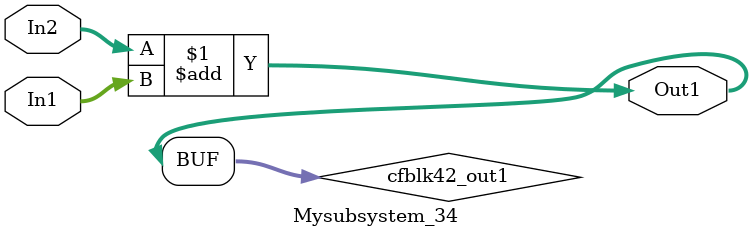
<source format=v>



`timescale 1 ns / 1 ns

module Mysubsystem_34
          (In1,
           In2,
           Out1);


  input   [7:0] In1;  // uint8
  input   [7:0] In2;  // uint8
  output  [7:0] Out1;  // uint8


  wire [7:0] cfblk42_out1;  // uint8


  assign cfblk42_out1 = In2 + In1;



  assign Out1 = cfblk42_out1;

endmodule  // Mysubsystem_34


</source>
